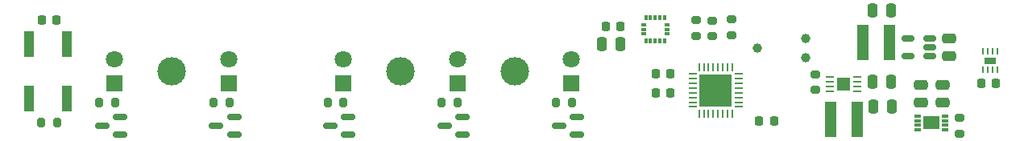
<source format=gbr>
%TF.GenerationSoftware,KiCad,Pcbnew,(6.0.7-1)-1*%
%TF.CreationDate,2022-09-24T17:28:48+02:00*%
%TF.ProjectId,Bike-lights-kicad,42696b65-2d6c-4696-9768-74732d6b6963,rev?*%
%TF.SameCoordinates,Original*%
%TF.FileFunction,Soldermask,Top*%
%TF.FilePolarity,Negative*%
%FSLAX46Y46*%
G04 Gerber Fmt 4.6, Leading zero omitted, Abs format (unit mm)*
G04 Created by KiCad (PCBNEW (6.0.7-1)-1) date 2022-09-24 17:28:48*
%MOMM*%
%LPD*%
G01*
G04 APERTURE LIST*
G04 Aperture macros list*
%AMRoundRect*
0 Rectangle with rounded corners*
0 $1 Rounding radius*
0 $2 $3 $4 $5 $6 $7 $8 $9 X,Y pos of 4 corners*
0 Add a 4 corners polygon primitive as box body*
4,1,4,$2,$3,$4,$5,$6,$7,$8,$9,$2,$3,0*
0 Add four circle primitives for the rounded corners*
1,1,$1+$1,$2,$3*
1,1,$1+$1,$4,$5*
1,1,$1+$1,$6,$7*
1,1,$1+$1,$8,$9*
0 Add four rect primitives between the rounded corners*
20,1,$1+$1,$2,$3,$4,$5,0*
20,1,$1+$1,$4,$5,$6,$7,0*
20,1,$1+$1,$6,$7,$8,$9,0*
20,1,$1+$1,$8,$9,$2,$3,0*%
G04 Aperture macros list end*
%ADD10RoundRect,0.225000X0.225000X0.250000X-0.225000X0.250000X-0.225000X-0.250000X0.225000X-0.250000X0*%
%ADD11R,0.750000X0.300000*%
%ADD12R,1.750000X1.450000*%
%ADD13RoundRect,0.250000X0.475000X-0.250000X0.475000X0.250000X-0.475000X0.250000X-0.475000X-0.250000X0*%
%ADD14RoundRect,0.150000X0.587500X0.150000X-0.587500X0.150000X-0.587500X-0.150000X0.587500X-0.150000X0*%
%ADD15R,1.200000X3.700000*%
%ADD16C,3.000000*%
%ADD17R,1.000000X2.800000*%
%ADD18RoundRect,0.200000X-0.200000X-0.275000X0.200000X-0.275000X0.200000X0.275000X-0.200000X0.275000X0*%
%ADD19RoundRect,0.200000X-0.275000X0.200000X-0.275000X-0.200000X0.275000X-0.200000X0.275000X0.200000X0*%
%ADD20RoundRect,0.225000X-0.225000X-0.250000X0.225000X-0.250000X0.225000X0.250000X-0.225000X0.250000X0*%
%ADD21RoundRect,0.200000X0.275000X-0.200000X0.275000X0.200000X-0.275000X0.200000X-0.275000X-0.200000X0*%
%ADD22R,1.800000X1.800000*%
%ADD23C,1.800000*%
%ADD24RoundRect,0.250000X0.250000X0.475000X-0.250000X0.475000X-0.250000X-0.475000X0.250000X-0.475000X0*%
%ADD25RoundRect,0.250000X-0.250000X-0.475000X0.250000X-0.475000X0.250000X0.475000X-0.250000X0.475000X0*%
%ADD26RoundRect,0.062500X0.062500X-0.287500X0.062500X0.287500X-0.062500X0.287500X-0.062500X-0.287500X0*%
%ADD27R,1.200000X0.800000*%
%ADD28RoundRect,0.062500X-0.375000X-0.062500X0.375000X-0.062500X0.375000X0.062500X-0.375000X0.062500X0*%
%ADD29RoundRect,0.062500X-0.062500X-0.375000X0.062500X-0.375000X0.062500X0.375000X-0.062500X0.375000X0*%
%ADD30R,3.450000X3.450000*%
%ADD31RoundRect,0.087500X0.087500X-0.187500X0.087500X0.187500X-0.087500X0.187500X-0.087500X-0.187500X0*%
%ADD32RoundRect,0.087500X0.187500X-0.087500X0.187500X0.087500X-0.187500X0.087500X-0.187500X-0.087500X0*%
%ADD33RoundRect,0.150000X0.512500X0.150000X-0.512500X0.150000X-0.512500X-0.150000X0.512500X-0.150000X0*%
%ADD34RoundRect,0.062500X-0.325000X-0.062500X0.325000X-0.062500X0.325000X0.062500X-0.325000X0.062500X0*%
%ADD35R,1.400000X1.400000*%
%ADD36C,0.990600*%
G04 APERTURE END LIST*
D10*
%TO.C,C8*%
X68875000Y-8087500D03*
X67325000Y-8087500D03*
%TD*%
D11*
%TO.C,U2*%
X94850000Y-12550000D03*
X94850000Y-13050000D03*
X94850000Y-13550000D03*
X94850000Y-14050000D03*
X97750000Y-14050000D03*
X97750000Y-13550000D03*
X97750000Y-13050000D03*
X97750000Y-12550000D03*
D12*
X96300000Y-13300000D03*
%TD*%
D13*
%TO.C,C2*%
X95200000Y-11150000D03*
X95200000Y-9250000D03*
%TD*%
D10*
%TO.C,C7*%
X103075000Y-9100000D03*
X101525000Y-9100000D03*
%TD*%
D14*
%TO.C,Q5*%
X59037500Y-14550000D03*
X59037500Y-12650000D03*
X57162500Y-13600000D03*
%TD*%
D15*
%TO.C,L2*%
X88500000Y-12900000D03*
X85700000Y-12900000D03*
%TD*%
D10*
%TO.C,C11*%
X68875000Y-10087500D03*
X67325000Y-10087500D03*
%TD*%
D16*
%TO.C,REF\u002A\u002A*%
X52500000Y-7850000D03*
%TD*%
D17*
%TO.C,SW1*%
X1500000Y-4950000D03*
X1500000Y-10750000D03*
X5500000Y-10750000D03*
X5500000Y-4950000D03*
%TD*%
D18*
%TO.C,R10*%
X32875000Y-11100000D03*
X34525000Y-11100000D03*
%TD*%
D14*
%TO.C,Q4*%
X47037500Y-14550000D03*
X47037500Y-12650000D03*
X45162500Y-13600000D03*
%TD*%
D19*
%TO.C,R5*%
X71600000Y-2462500D03*
X71600000Y-4112500D03*
%TD*%
D14*
%TO.C,Q3*%
X35037500Y-14550000D03*
X35037500Y-12650000D03*
X33162500Y-13600000D03*
%TD*%
D20*
%TO.C,C9*%
X2825000Y-2400000D03*
X4375000Y-2400000D03*
%TD*%
D16*
%TO.C,REF\u002A\u002A*%
X16500000Y-7850000D03*
%TD*%
D13*
%TO.C,C1*%
X98200000Y-6250000D03*
X98200000Y-4350000D03*
%TD*%
D21*
%TO.C,R6*%
X75300000Y-4025000D03*
X75300000Y-2375000D03*
%TD*%
D22*
%TO.C,D3*%
X34500000Y-9120000D03*
D23*
X34500000Y-6580000D03*
%TD*%
D24*
%TO.C,C4*%
X92050000Y-1400000D03*
X90150000Y-1400000D03*
%TD*%
D21*
%TO.C,R3*%
X99300000Y-14425000D03*
X99300000Y-12775000D03*
%TD*%
D20*
%TO.C,C10*%
X78225000Y-13100000D03*
X79775000Y-13100000D03*
%TD*%
D14*
%TO.C,Q1*%
X11037500Y-14550000D03*
X11037500Y-12650000D03*
X9162500Y-13600000D03*
%TD*%
D25*
%TO.C,C5*%
X90150000Y-8900000D03*
X92050000Y-8900000D03*
%TD*%
D22*
%TO.C,D4*%
X46500000Y-9120000D03*
D23*
X46500000Y-6580000D03*
%TD*%
D16*
%TO.C,REF\u002A\u002A*%
X40500000Y-7850000D03*
%TD*%
D22*
%TO.C,D5*%
X58500000Y-9120000D03*
D23*
X58500000Y-6580000D03*
%TD*%
D18*
%TO.C,R8*%
X8875000Y-11100000D03*
X10525000Y-11100000D03*
%TD*%
%TO.C,R9*%
X20875000Y-11100000D03*
X22525000Y-11100000D03*
%TD*%
D26*
%TO.C,U5*%
X101750000Y-7700000D03*
X102250000Y-7700000D03*
X102750000Y-7700000D03*
X103250000Y-7700000D03*
X103250000Y-5700000D03*
X102750000Y-5700000D03*
X102250000Y-5700000D03*
X101750000Y-5700000D03*
D27*
X102500000Y-6700000D03*
%TD*%
D18*
%TO.C,R4*%
X2775000Y-13300000D03*
X4425000Y-13300000D03*
%TD*%
D28*
%TO.C,U4*%
X71212500Y-8100000D03*
X71212500Y-8600000D03*
X71212500Y-9100000D03*
X71212500Y-9600000D03*
X71212500Y-10100000D03*
X71212500Y-10600000D03*
X71212500Y-11100000D03*
X71212500Y-11600000D03*
D29*
X71900000Y-12287500D03*
X72400000Y-12287500D03*
X72900000Y-12287500D03*
X73400000Y-12287500D03*
X73900000Y-12287500D03*
X74400000Y-12287500D03*
X74900000Y-12287500D03*
X75400000Y-12287500D03*
D28*
X76087500Y-11600000D03*
X76087500Y-11100000D03*
X76087500Y-10600000D03*
X76087500Y-10100000D03*
X76087500Y-9600000D03*
X76087500Y-9100000D03*
X76087500Y-8600000D03*
X76087500Y-8100000D03*
D29*
X75400000Y-7412500D03*
X74900000Y-7412500D03*
X74400000Y-7412500D03*
X73900000Y-7412500D03*
X73400000Y-7412500D03*
X72900000Y-7412500D03*
X72400000Y-7412500D03*
X71900000Y-7412500D03*
D30*
X73650000Y-9850000D03*
%TD*%
D21*
%TO.C,R2*%
X84100000Y-9825000D03*
X84100000Y-8175000D03*
%TD*%
D25*
%TO.C,C3*%
X90250000Y-11600000D03*
X92150000Y-11600000D03*
%TD*%
D31*
%TO.C,U6*%
X66300000Y-4625000D03*
X66800000Y-4625000D03*
X67300000Y-4625000D03*
X67800000Y-4625000D03*
X68300000Y-4625000D03*
D32*
X68525000Y-3900000D03*
X68525000Y-3400000D03*
X68525000Y-2900000D03*
D31*
X68300000Y-2175000D03*
X67800000Y-2175000D03*
X67300000Y-2175000D03*
X66800000Y-2175000D03*
X66300000Y-2175000D03*
D32*
X66075000Y-2900000D03*
X66075000Y-3400000D03*
X66075000Y-3900000D03*
%TD*%
D22*
%TO.C,D1*%
X10500000Y-9120000D03*
D23*
X10500000Y-6580000D03*
%TD*%
D13*
%TO.C,C6*%
X97500000Y-11150000D03*
X97500000Y-9250000D03*
%TD*%
D18*
%TO.C,R11*%
X44875000Y-11100000D03*
X46525000Y-11100000D03*
%TD*%
D33*
%TO.C,U1*%
X96137500Y-6250000D03*
X96137500Y-5300000D03*
X96137500Y-4350000D03*
X93862500Y-4350000D03*
X93862500Y-6250000D03*
%TD*%
D21*
%TO.C,R7*%
X73300000Y-4125000D03*
X73300000Y-2475000D03*
%TD*%
D34*
%TO.C,U3*%
X85637500Y-8450000D03*
X85637500Y-8950000D03*
X85637500Y-9450000D03*
X85637500Y-9950000D03*
X88562500Y-9950000D03*
X88562500Y-9450000D03*
X88562500Y-8950000D03*
X88562500Y-8450000D03*
D35*
X87100000Y-9200000D03*
%TD*%
D18*
%TO.C,R12*%
X56875000Y-11100000D03*
X58525000Y-11100000D03*
%TD*%
D10*
%TO.C,C13*%
X63625000Y-3100000D03*
X62075000Y-3100000D03*
%TD*%
D14*
%TO.C,Q2*%
X23037500Y-14550000D03*
X23037500Y-12650000D03*
X21162500Y-13600000D03*
%TD*%
D15*
%TO.C,L1*%
X91900000Y-4800000D03*
X89100000Y-4800000D03*
%TD*%
D24*
%TO.C,C12*%
X63600000Y-5000000D03*
X61700000Y-5000000D03*
%TD*%
D22*
%TO.C,D2*%
X22500000Y-9120000D03*
D23*
X22500000Y-6580000D03*
%TD*%
D36*
%TO.C,J1*%
X83140000Y-4384000D03*
X83140000Y-6416000D03*
X78060000Y-5400000D03*
%TD*%
M02*

</source>
